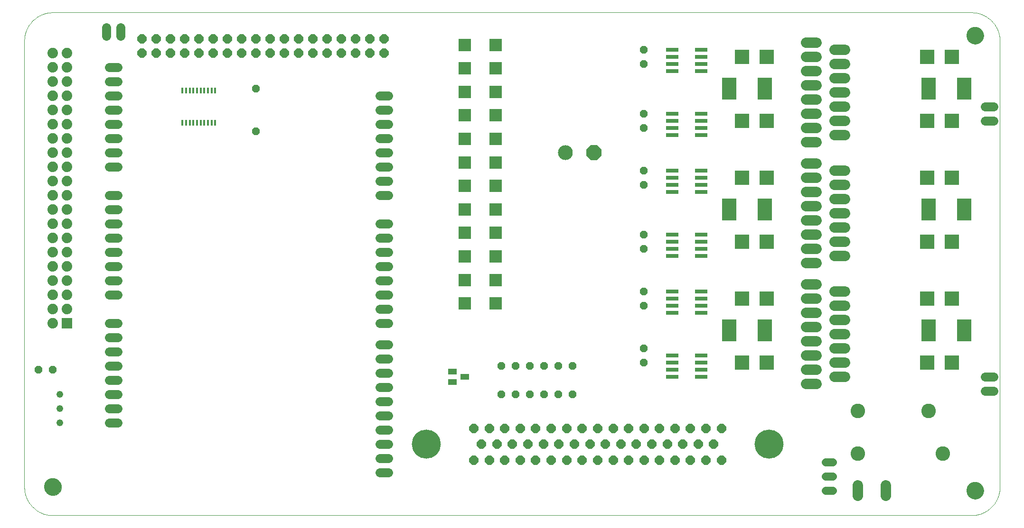
<source format=gts>
G04 EAGLE Gerber RS-274X export*
G75*
%MOMM*%
%FSLAX34Y34*%
%LPD*%
%INTop Soldermask*%
%IPPOS*%
%AMOC8*
5,1,8,0,0,1.08239X$1,22.5*%
G01*
%ADD10C,0.000000*%
%ADD11C,2.641600*%
%ADD12P,2.859241X8X22.500000*%
%ADD13P,1.539592X8X292.500000*%
%ADD14P,1.759533X8X22.500000*%
%ADD15C,5.181600*%
%ADD16C,1.892300*%
%ADD17C,1.625600*%
%ADD18P,1.759533X8X202.500000*%
%ADD19R,2.501600X2.501600*%
%ADD20C,1.901600*%
%ADD21R,2.301600X0.701600*%
%ADD22P,1.539592X8X112.500000*%
%ADD23R,1.879600X1.879600*%
%ADD24C,1.879600*%
%ADD25C,2.601600*%
%ADD26R,0.406400X1.092200*%
%ADD27C,1.422400*%
%ADD28R,2.601600X3.911600*%
%ADD29C,3.101600*%
%ADD30C,3.401600*%
%ADD31R,2.201600X2.201600*%
%ADD32C,1.219200*%
%ADD33R,1.501600X1.101600*%
%ADD34P,1.539592X8X22.500000*%


D10*
X1688900Y898400D02*
X50800Y898400D01*
X49572Y898385D01*
X48346Y898341D01*
X47120Y898267D01*
X45897Y898163D01*
X44677Y898030D01*
X43460Y897867D01*
X42247Y897675D01*
X41040Y897454D01*
X39838Y897203D01*
X38643Y896924D01*
X37454Y896616D01*
X36274Y896279D01*
X35102Y895914D01*
X33939Y895520D01*
X32786Y895099D01*
X31644Y894650D01*
X30512Y894173D01*
X29393Y893669D01*
X28286Y893138D01*
X27192Y892581D01*
X26112Y891998D01*
X25046Y891388D01*
X23996Y890753D01*
X22961Y890093D01*
X21942Y889408D01*
X20941Y888698D01*
X19956Y887965D01*
X18990Y887207D01*
X18042Y886427D01*
X17113Y885624D01*
X16204Y884799D01*
X15316Y883952D01*
X14448Y883084D01*
X13601Y882196D01*
X12776Y881287D01*
X11973Y880358D01*
X11193Y879410D01*
X10435Y878444D01*
X9702Y877459D01*
X8992Y876458D01*
X8307Y875439D01*
X7647Y874404D01*
X7012Y873354D01*
X6402Y872288D01*
X5819Y871208D01*
X5262Y870114D01*
X4731Y869007D01*
X4227Y867888D01*
X3750Y866756D01*
X3301Y865614D01*
X2880Y864461D01*
X2486Y863298D01*
X2121Y862126D01*
X1784Y860946D01*
X1476Y859757D01*
X1197Y858562D01*
X946Y857360D01*
X725Y856153D01*
X533Y854940D01*
X370Y853723D01*
X237Y852503D01*
X133Y851280D01*
X59Y850054D01*
X15Y848828D01*
X0Y847600D01*
X0Y50800D01*
X15Y49572D01*
X59Y48346D01*
X133Y47120D01*
X237Y45897D01*
X370Y44677D01*
X533Y43460D01*
X725Y42247D01*
X946Y41040D01*
X1197Y39838D01*
X1476Y38643D01*
X1784Y37454D01*
X2121Y36274D01*
X2486Y35102D01*
X2880Y33939D01*
X3301Y32786D01*
X3750Y31644D01*
X4227Y30512D01*
X4731Y29393D01*
X5262Y28286D01*
X5819Y27192D01*
X6402Y26112D01*
X7012Y25046D01*
X7647Y23996D01*
X8307Y22961D01*
X8992Y21942D01*
X9702Y20941D01*
X10435Y19956D01*
X11193Y18990D01*
X11973Y18042D01*
X12776Y17113D01*
X13601Y16204D01*
X14448Y15316D01*
X15316Y14448D01*
X16204Y13601D01*
X17113Y12776D01*
X18042Y11973D01*
X18990Y11193D01*
X19956Y10435D01*
X20941Y9702D01*
X21942Y8992D01*
X22961Y8307D01*
X23996Y7647D01*
X25046Y7012D01*
X26112Y6402D01*
X27192Y5819D01*
X28286Y5262D01*
X29393Y4731D01*
X30512Y4227D01*
X31644Y3750D01*
X32786Y3301D01*
X33939Y2880D01*
X35102Y2486D01*
X36274Y2121D01*
X37454Y1784D01*
X38643Y1476D01*
X39838Y1197D01*
X41040Y946D01*
X42247Y725D01*
X43460Y533D01*
X44677Y370D01*
X45897Y237D01*
X47120Y133D01*
X48346Y59D01*
X49572Y15D01*
X50800Y0D01*
X1688900Y0D01*
X1690128Y15D01*
X1691354Y59D01*
X1692580Y133D01*
X1693803Y237D01*
X1695023Y370D01*
X1696240Y533D01*
X1697453Y725D01*
X1698660Y946D01*
X1699862Y1197D01*
X1701057Y1476D01*
X1702246Y1784D01*
X1703426Y2121D01*
X1704598Y2486D01*
X1705761Y2880D01*
X1706914Y3301D01*
X1708056Y3750D01*
X1709188Y4227D01*
X1710307Y4731D01*
X1711414Y5262D01*
X1712508Y5819D01*
X1713588Y6402D01*
X1714654Y7012D01*
X1715704Y7647D01*
X1716739Y8307D01*
X1717758Y8992D01*
X1718759Y9702D01*
X1719744Y10435D01*
X1720710Y11193D01*
X1721658Y11973D01*
X1722587Y12776D01*
X1723496Y13601D01*
X1724384Y14448D01*
X1725252Y15316D01*
X1726099Y16204D01*
X1726924Y17113D01*
X1727727Y18042D01*
X1728507Y18990D01*
X1729265Y19956D01*
X1729998Y20941D01*
X1730708Y21942D01*
X1731393Y22961D01*
X1732053Y23996D01*
X1732688Y25046D01*
X1733298Y26112D01*
X1733881Y27192D01*
X1734438Y28286D01*
X1734969Y29393D01*
X1735473Y30512D01*
X1735950Y31644D01*
X1736399Y32786D01*
X1736820Y33939D01*
X1737214Y35102D01*
X1737579Y36274D01*
X1737916Y37454D01*
X1738224Y38643D01*
X1738503Y39838D01*
X1738754Y41040D01*
X1738975Y42247D01*
X1739167Y43460D01*
X1739330Y44677D01*
X1739463Y45897D01*
X1739567Y47120D01*
X1739641Y48346D01*
X1739685Y49572D01*
X1739700Y50800D01*
X1739700Y847600D01*
X1739685Y848828D01*
X1739641Y850054D01*
X1739567Y851280D01*
X1739463Y852503D01*
X1739330Y853723D01*
X1739167Y854940D01*
X1738975Y856153D01*
X1738754Y857360D01*
X1738503Y858562D01*
X1738224Y859757D01*
X1737916Y860946D01*
X1737579Y862126D01*
X1737214Y863298D01*
X1736820Y864461D01*
X1736399Y865614D01*
X1735950Y866756D01*
X1735473Y867888D01*
X1734969Y869007D01*
X1734438Y870114D01*
X1733881Y871208D01*
X1733298Y872288D01*
X1732688Y873354D01*
X1732053Y874404D01*
X1731393Y875439D01*
X1730708Y876458D01*
X1729998Y877459D01*
X1729265Y878444D01*
X1728507Y879410D01*
X1727727Y880358D01*
X1726924Y881287D01*
X1726099Y882196D01*
X1725252Y883084D01*
X1724384Y883952D01*
X1723496Y884799D01*
X1722587Y885624D01*
X1721658Y886427D01*
X1720710Y887207D01*
X1719744Y887965D01*
X1718759Y888698D01*
X1717758Y889408D01*
X1716739Y890093D01*
X1715704Y890753D01*
X1714654Y891388D01*
X1713588Y891998D01*
X1712508Y892581D01*
X1711414Y893138D01*
X1710307Y893669D01*
X1709188Y894173D01*
X1708056Y894650D01*
X1706914Y895099D01*
X1705761Y895520D01*
X1704598Y895914D01*
X1703426Y896279D01*
X1702246Y896616D01*
X1701057Y896924D01*
X1699862Y897203D01*
X1698660Y897454D01*
X1697453Y897675D01*
X1696240Y897867D01*
X1695023Y898030D01*
X1693803Y898163D01*
X1692580Y898267D01*
X1691354Y898341D01*
X1690128Y898385D01*
X1688900Y898400D01*
D11*
X965200Y647700D03*
D12*
X1016000Y647700D03*
D13*
X977900Y266700D03*
X977900Y215900D03*
X952500Y266700D03*
X952500Y215900D03*
X927100Y266700D03*
X927100Y215900D03*
X876300Y266700D03*
X876300Y215900D03*
X901700Y266700D03*
X901700Y215900D03*
X850900Y266700D03*
X850900Y215900D03*
D14*
X801624Y98552D03*
X829056Y98552D03*
X856742Y98552D03*
X884428Y98552D03*
X911860Y98552D03*
X939546Y98552D03*
X967232Y98552D03*
X994664Y98552D03*
X1022350Y98552D03*
X1050036Y98552D03*
X1077468Y98552D03*
X1105154Y98552D03*
X815340Y127000D03*
X843026Y127000D03*
X870458Y127000D03*
X898144Y127000D03*
X925830Y127000D03*
X953262Y127000D03*
X980948Y127000D03*
X1008634Y127000D03*
X1036066Y127000D03*
X1063752Y127000D03*
X1091438Y127000D03*
X1132840Y98552D03*
X1160272Y98552D03*
X1187958Y98552D03*
X1215644Y98552D03*
X1118870Y127000D03*
X1146556Y127000D03*
X1174242Y127000D03*
X1201674Y127000D03*
X1243076Y98552D03*
X1229360Y127000D03*
X801624Y155448D03*
X829056Y155448D03*
X856742Y155448D03*
X884428Y155448D03*
X911860Y155448D03*
X939546Y155448D03*
X967232Y155448D03*
X994664Y155448D03*
X1022350Y155448D03*
X1050036Y155448D03*
X1077468Y155448D03*
X1105154Y155448D03*
X1132840Y155448D03*
X1160272Y155448D03*
X1187958Y155448D03*
X1215644Y155448D03*
X1243076Y155448D03*
D15*
X1327912Y127000D03*
X716788Y127000D03*
D16*
X1536300Y53404D02*
X1536300Y35497D01*
X1486300Y35497D02*
X1486300Y53404D01*
D17*
X166370Y215900D02*
X151130Y215900D01*
X151130Y241300D02*
X166370Y241300D01*
X166370Y266700D02*
X151130Y266700D01*
X151130Y292100D02*
X166370Y292100D01*
X166370Y317500D02*
X151130Y317500D01*
X151130Y342900D02*
X166370Y342900D01*
X166370Y393700D02*
X151130Y393700D01*
X151130Y419100D02*
X166370Y419100D01*
X166370Y444500D02*
X151130Y444500D01*
X151130Y469900D02*
X166370Y469900D01*
X166370Y495300D02*
X151130Y495300D01*
X151130Y520700D02*
X166370Y520700D01*
X166370Y546100D02*
X151130Y546100D01*
X151130Y571500D02*
X166370Y571500D01*
X166370Y622300D02*
X151130Y622300D01*
X151130Y647700D02*
X166370Y647700D01*
X166370Y673100D02*
X151130Y673100D01*
X151130Y698500D02*
X166370Y698500D01*
X166370Y723900D02*
X151130Y723900D01*
X151130Y749300D02*
X166370Y749300D01*
X166370Y774700D02*
X151130Y774700D01*
X151130Y800100D02*
X166370Y800100D01*
X633730Y749300D02*
X648970Y749300D01*
X648970Y723900D02*
X633730Y723900D01*
X633730Y698500D02*
X648970Y698500D01*
X648970Y673100D02*
X633730Y673100D01*
X633730Y647700D02*
X648970Y647700D01*
X648970Y622300D02*
X633730Y622300D01*
X633730Y596900D02*
X648970Y596900D01*
X648970Y571500D02*
X633730Y571500D01*
X633730Y520700D02*
X648970Y520700D01*
X648970Y495300D02*
X633730Y495300D01*
X633730Y469900D02*
X648970Y469900D01*
X648970Y444500D02*
X633730Y444500D01*
X633730Y419100D02*
X648970Y419100D01*
X648970Y393700D02*
X633730Y393700D01*
X633730Y368300D02*
X648970Y368300D01*
X648970Y342900D02*
X633730Y342900D01*
X633730Y304800D02*
X648970Y304800D01*
X648970Y279400D02*
X633730Y279400D01*
X633730Y254000D02*
X648970Y254000D01*
X648970Y228600D02*
X633730Y228600D01*
X633730Y203200D02*
X648970Y203200D01*
X648970Y177800D02*
X633730Y177800D01*
X633730Y152400D02*
X648970Y152400D01*
X648970Y127000D02*
X633730Y127000D01*
D18*
X641350Y825500D03*
X641350Y850900D03*
X615950Y825500D03*
X615950Y850900D03*
X590550Y825500D03*
X590550Y850900D03*
X565150Y825500D03*
X565150Y850900D03*
X539750Y825500D03*
X539750Y850900D03*
X514350Y825500D03*
X514350Y850900D03*
X488950Y825500D03*
X488950Y850900D03*
X463550Y825500D03*
X463550Y850900D03*
X438150Y825500D03*
X438150Y850900D03*
X412750Y825500D03*
X412750Y850900D03*
X387350Y825500D03*
X387350Y850900D03*
X361950Y825500D03*
X361950Y850900D03*
X336550Y825500D03*
X336550Y850900D03*
X311150Y825500D03*
X311150Y850900D03*
X285750Y825500D03*
X285750Y850900D03*
X260350Y825500D03*
X260350Y850900D03*
X234950Y825500D03*
X234950Y850900D03*
X209550Y825500D03*
X209550Y850900D03*
D17*
X633730Y101600D02*
X648970Y101600D01*
X648970Y76200D02*
X633730Y76200D01*
X166370Y165100D02*
X151130Y165100D01*
X151130Y190500D02*
X166370Y190500D01*
D19*
X1653950Y603250D03*
X1609950Y603250D03*
D20*
X1463150Y539750D02*
X1445150Y539750D01*
X1412350Y527050D02*
X1394350Y527050D01*
X1445150Y514350D02*
X1463150Y514350D01*
X1412350Y501650D02*
X1394350Y501650D01*
X1445150Y488950D02*
X1463150Y488950D01*
X1412350Y476250D02*
X1394350Y476250D01*
X1394350Y552450D02*
X1412350Y552450D01*
X1445150Y565150D02*
X1463150Y565150D01*
X1412350Y577850D02*
X1394350Y577850D01*
X1445150Y590550D02*
X1463150Y590550D01*
X1412350Y603250D02*
X1394350Y603250D01*
X1445150Y463550D02*
X1463150Y463550D01*
X1412350Y450850D02*
X1394350Y450850D01*
X1445150Y615950D02*
X1463150Y615950D01*
X1412350Y628650D02*
X1394350Y628650D01*
D21*
X1207100Y590550D03*
X1155100Y590550D03*
X1207100Y577850D03*
X1207100Y603250D03*
X1207100Y615950D03*
X1155100Y577850D03*
X1155100Y603250D03*
X1155100Y615950D03*
D19*
X1279750Y603250D03*
X1323750Y603250D03*
X1279750Y488950D03*
X1323750Y488950D03*
X1653950Y488950D03*
X1609950Y488950D03*
D21*
X1207100Y476250D03*
X1155100Y476250D03*
X1207100Y463550D03*
X1207100Y488950D03*
X1207100Y501650D03*
X1155100Y463550D03*
X1155100Y488950D03*
X1155100Y501650D03*
D13*
X1104900Y615950D03*
X1104900Y590550D03*
D22*
X1104900Y476250D03*
X1104900Y501650D03*
D19*
X1653950Y819150D03*
X1609950Y819150D03*
D20*
X1463150Y755650D02*
X1445150Y755650D01*
X1412350Y742950D02*
X1394350Y742950D01*
X1445150Y730250D02*
X1463150Y730250D01*
X1412350Y717550D02*
X1394350Y717550D01*
X1445150Y704850D02*
X1463150Y704850D01*
X1412350Y692150D02*
X1394350Y692150D01*
X1394350Y768350D02*
X1412350Y768350D01*
X1445150Y781050D02*
X1463150Y781050D01*
X1412350Y793750D02*
X1394350Y793750D01*
X1445150Y806450D02*
X1463150Y806450D01*
X1412350Y819150D02*
X1394350Y819150D01*
X1445150Y679450D02*
X1463150Y679450D01*
X1412350Y666750D02*
X1394350Y666750D01*
X1445150Y831850D02*
X1463150Y831850D01*
X1412350Y844550D02*
X1394350Y844550D01*
D21*
X1207100Y806450D03*
X1155100Y806450D03*
X1207100Y793750D03*
X1207100Y819150D03*
X1207100Y831850D03*
X1155100Y793750D03*
X1155100Y819150D03*
X1155100Y831850D03*
D19*
X1279750Y819150D03*
X1323750Y819150D03*
X1279750Y704850D03*
X1323750Y704850D03*
X1653950Y704850D03*
X1609950Y704850D03*
D21*
X1207100Y692150D03*
X1155100Y692150D03*
X1207100Y679450D03*
X1207100Y704850D03*
X1207100Y717550D03*
X1155100Y679450D03*
X1155100Y704850D03*
X1155100Y717550D03*
D13*
X1104900Y831850D03*
X1104900Y806450D03*
D22*
X1104900Y692150D03*
X1104900Y717550D03*
D19*
X1653950Y387350D03*
X1609950Y387350D03*
D20*
X1463150Y323850D02*
X1445150Y323850D01*
X1412350Y311150D02*
X1394350Y311150D01*
X1445150Y298450D02*
X1463150Y298450D01*
X1412350Y285750D02*
X1394350Y285750D01*
X1445150Y273050D02*
X1463150Y273050D01*
X1412350Y260350D02*
X1394350Y260350D01*
X1394350Y336550D02*
X1412350Y336550D01*
X1445150Y349250D02*
X1463150Y349250D01*
X1412350Y361950D02*
X1394350Y361950D01*
X1445150Y374650D02*
X1463150Y374650D01*
X1412350Y387350D02*
X1394350Y387350D01*
X1445150Y247650D02*
X1463150Y247650D01*
X1412350Y234950D02*
X1394350Y234950D01*
X1445150Y400050D02*
X1463150Y400050D01*
X1412350Y412750D02*
X1394350Y412750D01*
D21*
X1207100Y374650D03*
X1155100Y374650D03*
X1207100Y361950D03*
X1207100Y387350D03*
X1207100Y400050D03*
X1155100Y361950D03*
X1155100Y387350D03*
X1155100Y400050D03*
D19*
X1279750Y387350D03*
X1323750Y387350D03*
X1279750Y273050D03*
X1323750Y273050D03*
X1653950Y273050D03*
X1609950Y273050D03*
D21*
X1207100Y260350D03*
X1155100Y260350D03*
X1207100Y247650D03*
X1207100Y273050D03*
X1207100Y285750D03*
X1155100Y247650D03*
X1155100Y273050D03*
X1155100Y285750D03*
D13*
X1104900Y400050D03*
X1104900Y374650D03*
D22*
X1104900Y273050D03*
X1104900Y298450D03*
D23*
X76200Y342900D03*
D24*
X50800Y342900D03*
X76200Y368300D03*
X50800Y368300D03*
X76200Y393700D03*
X50800Y393700D03*
X76200Y419100D03*
X50800Y419100D03*
X76200Y444500D03*
X50800Y444500D03*
X76200Y469900D03*
X50800Y469900D03*
X76200Y495300D03*
X50800Y495300D03*
X76200Y520700D03*
X50800Y520700D03*
X76200Y546100D03*
X50800Y546100D03*
X76200Y571500D03*
X50800Y571500D03*
X76200Y596900D03*
X50800Y596900D03*
X76200Y622300D03*
X50800Y622300D03*
X76200Y647700D03*
X50800Y647700D03*
X76200Y673100D03*
X50800Y673100D03*
X76200Y698500D03*
X50800Y698500D03*
X76200Y723900D03*
X50800Y723900D03*
X76200Y749300D03*
X50800Y749300D03*
X76200Y774700D03*
X50800Y774700D03*
X76200Y800100D03*
X50800Y800100D03*
X76200Y825500D03*
X50800Y825500D03*
D25*
X1637600Y110790D03*
X1612400Y186390D03*
X1486800Y186390D03*
X1486800Y110790D03*
D26*
X281900Y701072D03*
X288400Y701072D03*
X294900Y701072D03*
X301400Y701072D03*
X307900Y701072D03*
X314400Y701072D03*
X320900Y701072D03*
X327400Y701072D03*
X327400Y759428D03*
X320900Y759428D03*
X314400Y759428D03*
X307900Y759428D03*
X301400Y759428D03*
X294900Y759428D03*
X288400Y759428D03*
X281900Y759428D03*
X333900Y701072D03*
X340400Y701072D03*
X333900Y759428D03*
X340400Y759428D03*
D27*
X1428496Y44450D02*
X1441704Y44450D01*
X1441704Y95250D02*
X1428496Y95250D01*
X1428496Y69850D02*
X1441704Y69850D01*
D28*
X1676400Y330200D03*
X1612900Y330200D03*
X1257300Y330200D03*
X1320800Y330200D03*
X1676400Y546100D03*
X1612900Y546100D03*
X1320800Y546100D03*
X1257300Y546100D03*
X1676400Y762000D03*
X1612900Y762000D03*
X1257300Y762000D03*
X1320800Y762000D03*
D13*
X412750Y762000D03*
X412750Y685800D03*
D10*
X1680450Y857250D02*
X1680455Y857618D01*
X1680468Y857986D01*
X1680491Y858353D01*
X1680522Y858720D01*
X1680563Y859086D01*
X1680612Y859451D01*
X1680671Y859814D01*
X1680738Y860176D01*
X1680814Y860537D01*
X1680900Y860895D01*
X1680993Y861251D01*
X1681096Y861604D01*
X1681207Y861955D01*
X1681327Y862303D01*
X1681455Y862648D01*
X1681592Y862990D01*
X1681737Y863329D01*
X1681890Y863663D01*
X1682052Y863994D01*
X1682221Y864321D01*
X1682399Y864643D01*
X1682584Y864962D01*
X1682777Y865275D01*
X1682978Y865584D01*
X1683186Y865887D01*
X1683402Y866185D01*
X1683625Y866478D01*
X1683855Y866766D01*
X1684092Y867048D01*
X1684336Y867323D01*
X1684586Y867593D01*
X1684843Y867857D01*
X1685107Y868114D01*
X1685377Y868364D01*
X1685652Y868608D01*
X1685934Y868845D01*
X1686222Y869075D01*
X1686515Y869298D01*
X1686813Y869514D01*
X1687116Y869722D01*
X1687425Y869923D01*
X1687738Y870116D01*
X1688057Y870301D01*
X1688379Y870479D01*
X1688706Y870648D01*
X1689037Y870810D01*
X1689371Y870963D01*
X1689710Y871108D01*
X1690052Y871245D01*
X1690397Y871373D01*
X1690745Y871493D01*
X1691096Y871604D01*
X1691449Y871707D01*
X1691805Y871800D01*
X1692163Y871886D01*
X1692524Y871962D01*
X1692886Y872029D01*
X1693249Y872088D01*
X1693614Y872137D01*
X1693980Y872178D01*
X1694347Y872209D01*
X1694714Y872232D01*
X1695082Y872245D01*
X1695450Y872250D01*
X1695818Y872245D01*
X1696186Y872232D01*
X1696553Y872209D01*
X1696920Y872178D01*
X1697286Y872137D01*
X1697651Y872088D01*
X1698014Y872029D01*
X1698376Y871962D01*
X1698737Y871886D01*
X1699095Y871800D01*
X1699451Y871707D01*
X1699804Y871604D01*
X1700155Y871493D01*
X1700503Y871373D01*
X1700848Y871245D01*
X1701190Y871108D01*
X1701529Y870963D01*
X1701863Y870810D01*
X1702194Y870648D01*
X1702521Y870479D01*
X1702843Y870301D01*
X1703162Y870116D01*
X1703475Y869923D01*
X1703784Y869722D01*
X1704087Y869514D01*
X1704385Y869298D01*
X1704678Y869075D01*
X1704966Y868845D01*
X1705248Y868608D01*
X1705523Y868364D01*
X1705793Y868114D01*
X1706057Y867857D01*
X1706314Y867593D01*
X1706564Y867323D01*
X1706808Y867048D01*
X1707045Y866766D01*
X1707275Y866478D01*
X1707498Y866185D01*
X1707714Y865887D01*
X1707922Y865584D01*
X1708123Y865275D01*
X1708316Y864962D01*
X1708501Y864643D01*
X1708679Y864321D01*
X1708848Y863994D01*
X1709010Y863663D01*
X1709163Y863329D01*
X1709308Y862990D01*
X1709445Y862648D01*
X1709573Y862303D01*
X1709693Y861955D01*
X1709804Y861604D01*
X1709907Y861251D01*
X1710000Y860895D01*
X1710086Y860537D01*
X1710162Y860176D01*
X1710229Y859814D01*
X1710288Y859451D01*
X1710337Y859086D01*
X1710378Y858720D01*
X1710409Y858353D01*
X1710432Y857986D01*
X1710445Y857618D01*
X1710450Y857250D01*
X1710445Y856882D01*
X1710432Y856514D01*
X1710409Y856147D01*
X1710378Y855780D01*
X1710337Y855414D01*
X1710288Y855049D01*
X1710229Y854686D01*
X1710162Y854324D01*
X1710086Y853963D01*
X1710000Y853605D01*
X1709907Y853249D01*
X1709804Y852896D01*
X1709693Y852545D01*
X1709573Y852197D01*
X1709445Y851852D01*
X1709308Y851510D01*
X1709163Y851171D01*
X1709010Y850837D01*
X1708848Y850506D01*
X1708679Y850179D01*
X1708501Y849857D01*
X1708316Y849538D01*
X1708123Y849225D01*
X1707922Y848916D01*
X1707714Y848613D01*
X1707498Y848315D01*
X1707275Y848022D01*
X1707045Y847734D01*
X1706808Y847452D01*
X1706564Y847177D01*
X1706314Y846907D01*
X1706057Y846643D01*
X1705793Y846386D01*
X1705523Y846136D01*
X1705248Y845892D01*
X1704966Y845655D01*
X1704678Y845425D01*
X1704385Y845202D01*
X1704087Y844986D01*
X1703784Y844778D01*
X1703475Y844577D01*
X1703162Y844384D01*
X1702843Y844199D01*
X1702521Y844021D01*
X1702194Y843852D01*
X1701863Y843690D01*
X1701529Y843537D01*
X1701190Y843392D01*
X1700848Y843255D01*
X1700503Y843127D01*
X1700155Y843007D01*
X1699804Y842896D01*
X1699451Y842793D01*
X1699095Y842700D01*
X1698737Y842614D01*
X1698376Y842538D01*
X1698014Y842471D01*
X1697651Y842412D01*
X1697286Y842363D01*
X1696920Y842322D01*
X1696553Y842291D01*
X1696186Y842268D01*
X1695818Y842255D01*
X1695450Y842250D01*
X1695082Y842255D01*
X1694714Y842268D01*
X1694347Y842291D01*
X1693980Y842322D01*
X1693614Y842363D01*
X1693249Y842412D01*
X1692886Y842471D01*
X1692524Y842538D01*
X1692163Y842614D01*
X1691805Y842700D01*
X1691449Y842793D01*
X1691096Y842896D01*
X1690745Y843007D01*
X1690397Y843127D01*
X1690052Y843255D01*
X1689710Y843392D01*
X1689371Y843537D01*
X1689037Y843690D01*
X1688706Y843852D01*
X1688379Y844021D01*
X1688057Y844199D01*
X1687738Y844384D01*
X1687425Y844577D01*
X1687116Y844778D01*
X1686813Y844986D01*
X1686515Y845202D01*
X1686222Y845425D01*
X1685934Y845655D01*
X1685652Y845892D01*
X1685377Y846136D01*
X1685107Y846386D01*
X1684843Y846643D01*
X1684586Y846907D01*
X1684336Y847177D01*
X1684092Y847452D01*
X1683855Y847734D01*
X1683625Y848022D01*
X1683402Y848315D01*
X1683186Y848613D01*
X1682978Y848916D01*
X1682777Y849225D01*
X1682584Y849538D01*
X1682399Y849857D01*
X1682221Y850179D01*
X1682052Y850506D01*
X1681890Y850837D01*
X1681737Y851171D01*
X1681592Y851510D01*
X1681455Y851852D01*
X1681327Y852197D01*
X1681207Y852545D01*
X1681096Y852896D01*
X1680993Y853249D01*
X1680900Y853605D01*
X1680814Y853963D01*
X1680738Y854324D01*
X1680671Y854686D01*
X1680612Y855049D01*
X1680563Y855414D01*
X1680522Y855780D01*
X1680491Y856147D01*
X1680468Y856514D01*
X1680455Y856882D01*
X1680450Y857250D01*
D29*
X1695450Y857250D03*
D10*
X1680450Y44450D02*
X1680455Y44818D01*
X1680468Y45186D01*
X1680491Y45553D01*
X1680522Y45920D01*
X1680563Y46286D01*
X1680612Y46651D01*
X1680671Y47014D01*
X1680738Y47376D01*
X1680814Y47737D01*
X1680900Y48095D01*
X1680993Y48451D01*
X1681096Y48804D01*
X1681207Y49155D01*
X1681327Y49503D01*
X1681455Y49848D01*
X1681592Y50190D01*
X1681737Y50529D01*
X1681890Y50863D01*
X1682052Y51194D01*
X1682221Y51521D01*
X1682399Y51843D01*
X1682584Y52162D01*
X1682777Y52475D01*
X1682978Y52784D01*
X1683186Y53087D01*
X1683402Y53385D01*
X1683625Y53678D01*
X1683855Y53966D01*
X1684092Y54248D01*
X1684336Y54523D01*
X1684586Y54793D01*
X1684843Y55057D01*
X1685107Y55314D01*
X1685377Y55564D01*
X1685652Y55808D01*
X1685934Y56045D01*
X1686222Y56275D01*
X1686515Y56498D01*
X1686813Y56714D01*
X1687116Y56922D01*
X1687425Y57123D01*
X1687738Y57316D01*
X1688057Y57501D01*
X1688379Y57679D01*
X1688706Y57848D01*
X1689037Y58010D01*
X1689371Y58163D01*
X1689710Y58308D01*
X1690052Y58445D01*
X1690397Y58573D01*
X1690745Y58693D01*
X1691096Y58804D01*
X1691449Y58907D01*
X1691805Y59000D01*
X1692163Y59086D01*
X1692524Y59162D01*
X1692886Y59229D01*
X1693249Y59288D01*
X1693614Y59337D01*
X1693980Y59378D01*
X1694347Y59409D01*
X1694714Y59432D01*
X1695082Y59445D01*
X1695450Y59450D01*
X1695818Y59445D01*
X1696186Y59432D01*
X1696553Y59409D01*
X1696920Y59378D01*
X1697286Y59337D01*
X1697651Y59288D01*
X1698014Y59229D01*
X1698376Y59162D01*
X1698737Y59086D01*
X1699095Y59000D01*
X1699451Y58907D01*
X1699804Y58804D01*
X1700155Y58693D01*
X1700503Y58573D01*
X1700848Y58445D01*
X1701190Y58308D01*
X1701529Y58163D01*
X1701863Y58010D01*
X1702194Y57848D01*
X1702521Y57679D01*
X1702843Y57501D01*
X1703162Y57316D01*
X1703475Y57123D01*
X1703784Y56922D01*
X1704087Y56714D01*
X1704385Y56498D01*
X1704678Y56275D01*
X1704966Y56045D01*
X1705248Y55808D01*
X1705523Y55564D01*
X1705793Y55314D01*
X1706057Y55057D01*
X1706314Y54793D01*
X1706564Y54523D01*
X1706808Y54248D01*
X1707045Y53966D01*
X1707275Y53678D01*
X1707498Y53385D01*
X1707714Y53087D01*
X1707922Y52784D01*
X1708123Y52475D01*
X1708316Y52162D01*
X1708501Y51843D01*
X1708679Y51521D01*
X1708848Y51194D01*
X1709010Y50863D01*
X1709163Y50529D01*
X1709308Y50190D01*
X1709445Y49848D01*
X1709573Y49503D01*
X1709693Y49155D01*
X1709804Y48804D01*
X1709907Y48451D01*
X1710000Y48095D01*
X1710086Y47737D01*
X1710162Y47376D01*
X1710229Y47014D01*
X1710288Y46651D01*
X1710337Y46286D01*
X1710378Y45920D01*
X1710409Y45553D01*
X1710432Y45186D01*
X1710445Y44818D01*
X1710450Y44450D01*
X1710445Y44082D01*
X1710432Y43714D01*
X1710409Y43347D01*
X1710378Y42980D01*
X1710337Y42614D01*
X1710288Y42249D01*
X1710229Y41886D01*
X1710162Y41524D01*
X1710086Y41163D01*
X1710000Y40805D01*
X1709907Y40449D01*
X1709804Y40096D01*
X1709693Y39745D01*
X1709573Y39397D01*
X1709445Y39052D01*
X1709308Y38710D01*
X1709163Y38371D01*
X1709010Y38037D01*
X1708848Y37706D01*
X1708679Y37379D01*
X1708501Y37057D01*
X1708316Y36738D01*
X1708123Y36425D01*
X1707922Y36116D01*
X1707714Y35813D01*
X1707498Y35515D01*
X1707275Y35222D01*
X1707045Y34934D01*
X1706808Y34652D01*
X1706564Y34377D01*
X1706314Y34107D01*
X1706057Y33843D01*
X1705793Y33586D01*
X1705523Y33336D01*
X1705248Y33092D01*
X1704966Y32855D01*
X1704678Y32625D01*
X1704385Y32402D01*
X1704087Y32186D01*
X1703784Y31978D01*
X1703475Y31777D01*
X1703162Y31584D01*
X1702843Y31399D01*
X1702521Y31221D01*
X1702194Y31052D01*
X1701863Y30890D01*
X1701529Y30737D01*
X1701190Y30592D01*
X1700848Y30455D01*
X1700503Y30327D01*
X1700155Y30207D01*
X1699804Y30096D01*
X1699451Y29993D01*
X1699095Y29900D01*
X1698737Y29814D01*
X1698376Y29738D01*
X1698014Y29671D01*
X1697651Y29612D01*
X1697286Y29563D01*
X1696920Y29522D01*
X1696553Y29491D01*
X1696186Y29468D01*
X1695818Y29455D01*
X1695450Y29450D01*
X1695082Y29455D01*
X1694714Y29468D01*
X1694347Y29491D01*
X1693980Y29522D01*
X1693614Y29563D01*
X1693249Y29612D01*
X1692886Y29671D01*
X1692524Y29738D01*
X1692163Y29814D01*
X1691805Y29900D01*
X1691449Y29993D01*
X1691096Y30096D01*
X1690745Y30207D01*
X1690397Y30327D01*
X1690052Y30455D01*
X1689710Y30592D01*
X1689371Y30737D01*
X1689037Y30890D01*
X1688706Y31052D01*
X1688379Y31221D01*
X1688057Y31399D01*
X1687738Y31584D01*
X1687425Y31777D01*
X1687116Y31978D01*
X1686813Y32186D01*
X1686515Y32402D01*
X1686222Y32625D01*
X1685934Y32855D01*
X1685652Y33092D01*
X1685377Y33336D01*
X1685107Y33586D01*
X1684843Y33843D01*
X1684586Y34107D01*
X1684336Y34377D01*
X1684092Y34652D01*
X1683855Y34934D01*
X1683625Y35222D01*
X1683402Y35515D01*
X1683186Y35813D01*
X1682978Y36116D01*
X1682777Y36425D01*
X1682584Y36738D01*
X1682399Y37057D01*
X1682221Y37379D01*
X1682052Y37706D01*
X1681890Y38037D01*
X1681737Y38371D01*
X1681592Y38710D01*
X1681455Y39052D01*
X1681327Y39397D01*
X1681207Y39745D01*
X1681096Y40096D01*
X1680993Y40449D01*
X1680900Y40805D01*
X1680814Y41163D01*
X1680738Y41524D01*
X1680671Y41886D01*
X1680612Y42249D01*
X1680563Y42614D01*
X1680522Y42980D01*
X1680491Y43347D01*
X1680468Y43714D01*
X1680455Y44082D01*
X1680450Y44450D01*
D29*
X1695450Y44450D03*
D10*
X35800Y50800D02*
X35805Y51168D01*
X35818Y51536D01*
X35841Y51903D01*
X35872Y52270D01*
X35913Y52636D01*
X35962Y53001D01*
X36021Y53364D01*
X36088Y53726D01*
X36164Y54087D01*
X36250Y54445D01*
X36343Y54801D01*
X36446Y55154D01*
X36557Y55505D01*
X36677Y55853D01*
X36805Y56198D01*
X36942Y56540D01*
X37087Y56879D01*
X37240Y57213D01*
X37402Y57544D01*
X37571Y57871D01*
X37749Y58193D01*
X37934Y58512D01*
X38127Y58825D01*
X38328Y59134D01*
X38536Y59437D01*
X38752Y59735D01*
X38975Y60028D01*
X39205Y60316D01*
X39442Y60598D01*
X39686Y60873D01*
X39936Y61143D01*
X40193Y61407D01*
X40457Y61664D01*
X40727Y61914D01*
X41002Y62158D01*
X41284Y62395D01*
X41572Y62625D01*
X41865Y62848D01*
X42163Y63064D01*
X42466Y63272D01*
X42775Y63473D01*
X43088Y63666D01*
X43407Y63851D01*
X43729Y64029D01*
X44056Y64198D01*
X44387Y64360D01*
X44721Y64513D01*
X45060Y64658D01*
X45402Y64795D01*
X45747Y64923D01*
X46095Y65043D01*
X46446Y65154D01*
X46799Y65257D01*
X47155Y65350D01*
X47513Y65436D01*
X47874Y65512D01*
X48236Y65579D01*
X48599Y65638D01*
X48964Y65687D01*
X49330Y65728D01*
X49697Y65759D01*
X50064Y65782D01*
X50432Y65795D01*
X50800Y65800D01*
X51168Y65795D01*
X51536Y65782D01*
X51903Y65759D01*
X52270Y65728D01*
X52636Y65687D01*
X53001Y65638D01*
X53364Y65579D01*
X53726Y65512D01*
X54087Y65436D01*
X54445Y65350D01*
X54801Y65257D01*
X55154Y65154D01*
X55505Y65043D01*
X55853Y64923D01*
X56198Y64795D01*
X56540Y64658D01*
X56879Y64513D01*
X57213Y64360D01*
X57544Y64198D01*
X57871Y64029D01*
X58193Y63851D01*
X58512Y63666D01*
X58825Y63473D01*
X59134Y63272D01*
X59437Y63064D01*
X59735Y62848D01*
X60028Y62625D01*
X60316Y62395D01*
X60598Y62158D01*
X60873Y61914D01*
X61143Y61664D01*
X61407Y61407D01*
X61664Y61143D01*
X61914Y60873D01*
X62158Y60598D01*
X62395Y60316D01*
X62625Y60028D01*
X62848Y59735D01*
X63064Y59437D01*
X63272Y59134D01*
X63473Y58825D01*
X63666Y58512D01*
X63851Y58193D01*
X64029Y57871D01*
X64198Y57544D01*
X64360Y57213D01*
X64513Y56879D01*
X64658Y56540D01*
X64795Y56198D01*
X64923Y55853D01*
X65043Y55505D01*
X65154Y55154D01*
X65257Y54801D01*
X65350Y54445D01*
X65436Y54087D01*
X65512Y53726D01*
X65579Y53364D01*
X65638Y53001D01*
X65687Y52636D01*
X65728Y52270D01*
X65759Y51903D01*
X65782Y51536D01*
X65795Y51168D01*
X65800Y50800D01*
X65795Y50432D01*
X65782Y50064D01*
X65759Y49697D01*
X65728Y49330D01*
X65687Y48964D01*
X65638Y48599D01*
X65579Y48236D01*
X65512Y47874D01*
X65436Y47513D01*
X65350Y47155D01*
X65257Y46799D01*
X65154Y46446D01*
X65043Y46095D01*
X64923Y45747D01*
X64795Y45402D01*
X64658Y45060D01*
X64513Y44721D01*
X64360Y44387D01*
X64198Y44056D01*
X64029Y43729D01*
X63851Y43407D01*
X63666Y43088D01*
X63473Y42775D01*
X63272Y42466D01*
X63064Y42163D01*
X62848Y41865D01*
X62625Y41572D01*
X62395Y41284D01*
X62158Y41002D01*
X61914Y40727D01*
X61664Y40457D01*
X61407Y40193D01*
X61143Y39936D01*
X60873Y39686D01*
X60598Y39442D01*
X60316Y39205D01*
X60028Y38975D01*
X59735Y38752D01*
X59437Y38536D01*
X59134Y38328D01*
X58825Y38127D01*
X58512Y37934D01*
X58193Y37749D01*
X57871Y37571D01*
X57544Y37402D01*
X57213Y37240D01*
X56879Y37087D01*
X56540Y36942D01*
X56198Y36805D01*
X55853Y36677D01*
X55505Y36557D01*
X55154Y36446D01*
X54801Y36343D01*
X54445Y36250D01*
X54087Y36164D01*
X53726Y36088D01*
X53364Y36021D01*
X53001Y35962D01*
X52636Y35913D01*
X52270Y35872D01*
X51903Y35841D01*
X51536Y35818D01*
X51168Y35805D01*
X50800Y35800D01*
X50432Y35805D01*
X50064Y35818D01*
X49697Y35841D01*
X49330Y35872D01*
X48964Y35913D01*
X48599Y35962D01*
X48236Y36021D01*
X47874Y36088D01*
X47513Y36164D01*
X47155Y36250D01*
X46799Y36343D01*
X46446Y36446D01*
X46095Y36557D01*
X45747Y36677D01*
X45402Y36805D01*
X45060Y36942D01*
X44721Y37087D01*
X44387Y37240D01*
X44056Y37402D01*
X43729Y37571D01*
X43407Y37749D01*
X43088Y37934D01*
X42775Y38127D01*
X42466Y38328D01*
X42163Y38536D01*
X41865Y38752D01*
X41572Y38975D01*
X41284Y39205D01*
X41002Y39442D01*
X40727Y39686D01*
X40457Y39936D01*
X40193Y40193D01*
X39936Y40457D01*
X39686Y40727D01*
X39442Y41002D01*
X39205Y41284D01*
X38975Y41572D01*
X38752Y41865D01*
X38536Y42163D01*
X38328Y42466D01*
X38127Y42775D01*
X37934Y43088D01*
X37749Y43407D01*
X37571Y43729D01*
X37402Y44056D01*
X37240Y44387D01*
X37087Y44721D01*
X36942Y45060D01*
X36805Y45402D01*
X36677Y45747D01*
X36557Y46095D01*
X36446Y46446D01*
X36343Y46799D01*
X36250Y47155D01*
X36164Y47513D01*
X36088Y47874D01*
X36021Y48236D01*
X35962Y48599D01*
X35913Y48964D01*
X35872Y49330D01*
X35841Y49697D01*
X35818Y50064D01*
X35805Y50432D01*
X35800Y50800D01*
D29*
X50800Y50800D03*
D10*
X701050Y127000D02*
X701055Y127405D01*
X701070Y127810D01*
X701095Y128214D01*
X701129Y128617D01*
X701174Y129020D01*
X701229Y129421D01*
X701293Y129821D01*
X701367Y130219D01*
X701451Y130615D01*
X701544Y131009D01*
X701648Y131401D01*
X701760Y131790D01*
X701883Y132176D01*
X702015Y132559D01*
X702156Y132938D01*
X702306Y133314D01*
X702466Y133686D01*
X702634Y134055D01*
X702812Y134419D01*
X702998Y134778D01*
X703194Y135133D01*
X703397Y135483D01*
X703610Y135827D01*
X703831Y136167D01*
X704060Y136501D01*
X704297Y136829D01*
X704542Y137151D01*
X704795Y137467D01*
X705056Y137777D01*
X705324Y138081D01*
X705600Y138377D01*
X705883Y138667D01*
X706173Y138950D01*
X706469Y139226D01*
X706773Y139494D01*
X707083Y139755D01*
X707399Y140008D01*
X707721Y140253D01*
X708049Y140490D01*
X708383Y140719D01*
X708723Y140940D01*
X709067Y141153D01*
X709417Y141356D01*
X709772Y141552D01*
X710131Y141738D01*
X710495Y141916D01*
X710864Y142084D01*
X711236Y142244D01*
X711612Y142394D01*
X711991Y142535D01*
X712374Y142667D01*
X712760Y142790D01*
X713149Y142902D01*
X713541Y143006D01*
X713935Y143099D01*
X714331Y143183D01*
X714729Y143257D01*
X715129Y143321D01*
X715530Y143376D01*
X715933Y143421D01*
X716336Y143455D01*
X716740Y143480D01*
X717145Y143495D01*
X717550Y143500D01*
X717955Y143495D01*
X718360Y143480D01*
X718764Y143455D01*
X719167Y143421D01*
X719570Y143376D01*
X719971Y143321D01*
X720371Y143257D01*
X720769Y143183D01*
X721165Y143099D01*
X721559Y143006D01*
X721951Y142902D01*
X722340Y142790D01*
X722726Y142667D01*
X723109Y142535D01*
X723488Y142394D01*
X723864Y142244D01*
X724236Y142084D01*
X724605Y141916D01*
X724969Y141738D01*
X725328Y141552D01*
X725683Y141356D01*
X726033Y141153D01*
X726377Y140940D01*
X726717Y140719D01*
X727051Y140490D01*
X727379Y140253D01*
X727701Y140008D01*
X728017Y139755D01*
X728327Y139494D01*
X728631Y139226D01*
X728927Y138950D01*
X729217Y138667D01*
X729500Y138377D01*
X729776Y138081D01*
X730044Y137777D01*
X730305Y137467D01*
X730558Y137151D01*
X730803Y136829D01*
X731040Y136501D01*
X731269Y136167D01*
X731490Y135827D01*
X731703Y135483D01*
X731906Y135133D01*
X732102Y134778D01*
X732288Y134419D01*
X732466Y134055D01*
X732634Y133686D01*
X732794Y133314D01*
X732944Y132938D01*
X733085Y132559D01*
X733217Y132176D01*
X733340Y131790D01*
X733452Y131401D01*
X733556Y131009D01*
X733649Y130615D01*
X733733Y130219D01*
X733807Y129821D01*
X733871Y129421D01*
X733926Y129020D01*
X733971Y128617D01*
X734005Y128214D01*
X734030Y127810D01*
X734045Y127405D01*
X734050Y127000D01*
X734045Y126595D01*
X734030Y126190D01*
X734005Y125786D01*
X733971Y125383D01*
X733926Y124980D01*
X733871Y124579D01*
X733807Y124179D01*
X733733Y123781D01*
X733649Y123385D01*
X733556Y122991D01*
X733452Y122599D01*
X733340Y122210D01*
X733217Y121824D01*
X733085Y121441D01*
X732944Y121062D01*
X732794Y120686D01*
X732634Y120314D01*
X732466Y119945D01*
X732288Y119581D01*
X732102Y119222D01*
X731906Y118867D01*
X731703Y118517D01*
X731490Y118173D01*
X731269Y117833D01*
X731040Y117499D01*
X730803Y117171D01*
X730558Y116849D01*
X730305Y116533D01*
X730044Y116223D01*
X729776Y115919D01*
X729500Y115623D01*
X729217Y115333D01*
X728927Y115050D01*
X728631Y114774D01*
X728327Y114506D01*
X728017Y114245D01*
X727701Y113992D01*
X727379Y113747D01*
X727051Y113510D01*
X726717Y113281D01*
X726377Y113060D01*
X726033Y112847D01*
X725683Y112644D01*
X725328Y112448D01*
X724969Y112262D01*
X724605Y112084D01*
X724236Y111916D01*
X723864Y111756D01*
X723488Y111606D01*
X723109Y111465D01*
X722726Y111333D01*
X722340Y111210D01*
X721951Y111098D01*
X721559Y110994D01*
X721165Y110901D01*
X720769Y110817D01*
X720371Y110743D01*
X719971Y110679D01*
X719570Y110624D01*
X719167Y110579D01*
X718764Y110545D01*
X718360Y110520D01*
X717955Y110505D01*
X717550Y110500D01*
X717145Y110505D01*
X716740Y110520D01*
X716336Y110545D01*
X715933Y110579D01*
X715530Y110624D01*
X715129Y110679D01*
X714729Y110743D01*
X714331Y110817D01*
X713935Y110901D01*
X713541Y110994D01*
X713149Y111098D01*
X712760Y111210D01*
X712374Y111333D01*
X711991Y111465D01*
X711612Y111606D01*
X711236Y111756D01*
X710864Y111916D01*
X710495Y112084D01*
X710131Y112262D01*
X709772Y112448D01*
X709417Y112644D01*
X709067Y112847D01*
X708723Y113060D01*
X708383Y113281D01*
X708049Y113510D01*
X707721Y113747D01*
X707399Y113992D01*
X707083Y114245D01*
X706773Y114506D01*
X706469Y114774D01*
X706173Y115050D01*
X705883Y115333D01*
X705600Y115623D01*
X705324Y115919D01*
X705056Y116223D01*
X704795Y116533D01*
X704542Y116849D01*
X704297Y117171D01*
X704060Y117499D01*
X703831Y117833D01*
X703610Y118173D01*
X703397Y118517D01*
X703194Y118867D01*
X702998Y119222D01*
X702812Y119581D01*
X702634Y119945D01*
X702466Y120314D01*
X702306Y120686D01*
X702156Y121062D01*
X702015Y121441D01*
X701883Y121824D01*
X701760Y122210D01*
X701648Y122599D01*
X701544Y122991D01*
X701451Y123385D01*
X701367Y123781D01*
X701293Y124179D01*
X701229Y124579D01*
X701174Y124980D01*
X701129Y125383D01*
X701095Y125786D01*
X701070Y126190D01*
X701055Y126595D01*
X701050Y127000D01*
D30*
X717550Y127000D03*
D10*
X1311920Y127000D02*
X1311925Y127405D01*
X1311940Y127810D01*
X1311965Y128214D01*
X1311999Y128617D01*
X1312044Y129020D01*
X1312099Y129421D01*
X1312163Y129821D01*
X1312237Y130219D01*
X1312321Y130615D01*
X1312414Y131009D01*
X1312518Y131401D01*
X1312630Y131790D01*
X1312753Y132176D01*
X1312885Y132559D01*
X1313026Y132938D01*
X1313176Y133314D01*
X1313336Y133686D01*
X1313504Y134055D01*
X1313682Y134419D01*
X1313868Y134778D01*
X1314064Y135133D01*
X1314267Y135483D01*
X1314480Y135827D01*
X1314701Y136167D01*
X1314930Y136501D01*
X1315167Y136829D01*
X1315412Y137151D01*
X1315665Y137467D01*
X1315926Y137777D01*
X1316194Y138081D01*
X1316470Y138377D01*
X1316753Y138667D01*
X1317043Y138950D01*
X1317339Y139226D01*
X1317643Y139494D01*
X1317953Y139755D01*
X1318269Y140008D01*
X1318591Y140253D01*
X1318919Y140490D01*
X1319253Y140719D01*
X1319593Y140940D01*
X1319937Y141153D01*
X1320287Y141356D01*
X1320642Y141552D01*
X1321001Y141738D01*
X1321365Y141916D01*
X1321734Y142084D01*
X1322106Y142244D01*
X1322482Y142394D01*
X1322861Y142535D01*
X1323244Y142667D01*
X1323630Y142790D01*
X1324019Y142902D01*
X1324411Y143006D01*
X1324805Y143099D01*
X1325201Y143183D01*
X1325599Y143257D01*
X1325999Y143321D01*
X1326400Y143376D01*
X1326803Y143421D01*
X1327206Y143455D01*
X1327610Y143480D01*
X1328015Y143495D01*
X1328420Y143500D01*
X1328825Y143495D01*
X1329230Y143480D01*
X1329634Y143455D01*
X1330037Y143421D01*
X1330440Y143376D01*
X1330841Y143321D01*
X1331241Y143257D01*
X1331639Y143183D01*
X1332035Y143099D01*
X1332429Y143006D01*
X1332821Y142902D01*
X1333210Y142790D01*
X1333596Y142667D01*
X1333979Y142535D01*
X1334358Y142394D01*
X1334734Y142244D01*
X1335106Y142084D01*
X1335475Y141916D01*
X1335839Y141738D01*
X1336198Y141552D01*
X1336553Y141356D01*
X1336903Y141153D01*
X1337247Y140940D01*
X1337587Y140719D01*
X1337921Y140490D01*
X1338249Y140253D01*
X1338571Y140008D01*
X1338887Y139755D01*
X1339197Y139494D01*
X1339501Y139226D01*
X1339797Y138950D01*
X1340087Y138667D01*
X1340370Y138377D01*
X1340646Y138081D01*
X1340914Y137777D01*
X1341175Y137467D01*
X1341428Y137151D01*
X1341673Y136829D01*
X1341910Y136501D01*
X1342139Y136167D01*
X1342360Y135827D01*
X1342573Y135483D01*
X1342776Y135133D01*
X1342972Y134778D01*
X1343158Y134419D01*
X1343336Y134055D01*
X1343504Y133686D01*
X1343664Y133314D01*
X1343814Y132938D01*
X1343955Y132559D01*
X1344087Y132176D01*
X1344210Y131790D01*
X1344322Y131401D01*
X1344426Y131009D01*
X1344519Y130615D01*
X1344603Y130219D01*
X1344677Y129821D01*
X1344741Y129421D01*
X1344796Y129020D01*
X1344841Y128617D01*
X1344875Y128214D01*
X1344900Y127810D01*
X1344915Y127405D01*
X1344920Y127000D01*
X1344915Y126595D01*
X1344900Y126190D01*
X1344875Y125786D01*
X1344841Y125383D01*
X1344796Y124980D01*
X1344741Y124579D01*
X1344677Y124179D01*
X1344603Y123781D01*
X1344519Y123385D01*
X1344426Y122991D01*
X1344322Y122599D01*
X1344210Y122210D01*
X1344087Y121824D01*
X1343955Y121441D01*
X1343814Y121062D01*
X1343664Y120686D01*
X1343504Y120314D01*
X1343336Y119945D01*
X1343158Y119581D01*
X1342972Y119222D01*
X1342776Y118867D01*
X1342573Y118517D01*
X1342360Y118173D01*
X1342139Y117833D01*
X1341910Y117499D01*
X1341673Y117171D01*
X1341428Y116849D01*
X1341175Y116533D01*
X1340914Y116223D01*
X1340646Y115919D01*
X1340370Y115623D01*
X1340087Y115333D01*
X1339797Y115050D01*
X1339501Y114774D01*
X1339197Y114506D01*
X1338887Y114245D01*
X1338571Y113992D01*
X1338249Y113747D01*
X1337921Y113510D01*
X1337587Y113281D01*
X1337247Y113060D01*
X1336903Y112847D01*
X1336553Y112644D01*
X1336198Y112448D01*
X1335839Y112262D01*
X1335475Y112084D01*
X1335106Y111916D01*
X1334734Y111756D01*
X1334358Y111606D01*
X1333979Y111465D01*
X1333596Y111333D01*
X1333210Y111210D01*
X1332821Y111098D01*
X1332429Y110994D01*
X1332035Y110901D01*
X1331639Y110817D01*
X1331241Y110743D01*
X1330841Y110679D01*
X1330440Y110624D01*
X1330037Y110579D01*
X1329634Y110545D01*
X1329230Y110520D01*
X1328825Y110505D01*
X1328420Y110500D01*
X1328015Y110505D01*
X1327610Y110520D01*
X1327206Y110545D01*
X1326803Y110579D01*
X1326400Y110624D01*
X1325999Y110679D01*
X1325599Y110743D01*
X1325201Y110817D01*
X1324805Y110901D01*
X1324411Y110994D01*
X1324019Y111098D01*
X1323630Y111210D01*
X1323244Y111333D01*
X1322861Y111465D01*
X1322482Y111606D01*
X1322106Y111756D01*
X1321734Y111916D01*
X1321365Y112084D01*
X1321001Y112262D01*
X1320642Y112448D01*
X1320287Y112644D01*
X1319937Y112847D01*
X1319593Y113060D01*
X1319253Y113281D01*
X1318919Y113510D01*
X1318591Y113747D01*
X1318269Y113992D01*
X1317953Y114245D01*
X1317643Y114506D01*
X1317339Y114774D01*
X1317043Y115050D01*
X1316753Y115333D01*
X1316470Y115623D01*
X1316194Y115919D01*
X1315926Y116223D01*
X1315665Y116533D01*
X1315412Y116849D01*
X1315167Y117171D01*
X1314930Y117499D01*
X1314701Y117833D01*
X1314480Y118173D01*
X1314267Y118517D01*
X1314064Y118867D01*
X1313868Y119222D01*
X1313682Y119581D01*
X1313504Y119945D01*
X1313336Y120314D01*
X1313176Y120686D01*
X1313026Y121062D01*
X1312885Y121441D01*
X1312753Y121824D01*
X1312630Y122210D01*
X1312518Y122599D01*
X1312414Y122991D01*
X1312321Y123385D01*
X1312237Y123781D01*
X1312163Y124179D01*
X1312099Y124579D01*
X1312044Y124980D01*
X1311999Y125383D01*
X1311965Y125786D01*
X1311940Y126190D01*
X1311925Y126595D01*
X1311920Y127000D01*
D30*
X1328420Y127000D03*
D31*
X840300Y840600D03*
X840300Y798600D03*
X840300Y756600D03*
X840300Y714600D03*
X840300Y672600D03*
X840300Y630600D03*
X840300Y588600D03*
X840300Y546600D03*
X840300Y504600D03*
X840300Y462600D03*
X840300Y420600D03*
X785300Y840600D03*
X785300Y798600D03*
X785300Y756600D03*
X785300Y714600D03*
X785300Y672600D03*
X785300Y630600D03*
X785300Y588600D03*
X785300Y546600D03*
X785300Y504600D03*
X785300Y462600D03*
X840300Y378600D03*
X785300Y420600D03*
X785300Y378600D03*
D32*
X63500Y165100D03*
X63500Y190500D03*
X63500Y215900D03*
D33*
X785700Y247650D03*
X763700Y238150D03*
X763700Y257150D03*
D34*
X25400Y260350D03*
X50800Y260350D03*
D17*
X1713230Y730250D02*
X1728470Y730250D01*
X1728470Y704850D02*
X1713230Y704850D01*
X1713230Y222250D02*
X1728470Y222250D01*
X1728470Y247650D02*
X1713230Y247650D01*
X171450Y855980D02*
X171450Y871220D01*
X146050Y871220D02*
X146050Y855980D01*
M02*

</source>
